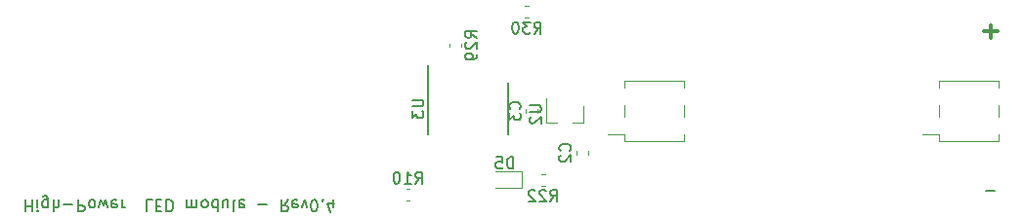
<source format=gbr>
G04 #@! TF.GenerationSoftware,KiCad,Pcbnew,(5.1.2)-2*
G04 #@! TF.CreationDate,2020-05-22T00:53:43-04:00*
G04 #@! TF.ProjectId,AddressableLED,41646472-6573-4736-9162-6c654c45442e,rev?*
G04 #@! TF.SameCoordinates,Original*
G04 #@! TF.FileFunction,Legend,Bot*
G04 #@! TF.FilePolarity,Positive*
%FSLAX46Y46*%
G04 Gerber Fmt 4.6, Leading zero omitted, Abs format (unit mm)*
G04 Created by KiCad (PCBNEW (5.1.2)-2) date 2020-05-22 00:53:43*
%MOMM*%
%LPD*%
G04 APERTURE LIST*
%ADD10C,0.150000*%
%ADD11C,0.300000*%
%ADD12C,0.120000*%
G04 APERTURE END LIST*
D10*
X185680952Y-116971428D02*
X184919047Y-116971428D01*
D11*
X184728571Y-103107142D02*
X185871428Y-103107142D01*
X185300000Y-103678571D02*
X185300000Y-102535714D01*
D10*
X101642857Y-117747619D02*
X101642857Y-118747619D01*
X101642857Y-118271428D02*
X102214285Y-118271428D01*
X102214285Y-117747619D02*
X102214285Y-118747619D01*
X102690476Y-117747619D02*
X102690476Y-118414285D01*
X102690476Y-118747619D02*
X102642857Y-118700000D01*
X102690476Y-118652380D01*
X102738095Y-118700000D01*
X102690476Y-118747619D01*
X102690476Y-118652380D01*
X103595238Y-118414285D02*
X103595238Y-117604761D01*
X103547619Y-117509523D01*
X103500000Y-117461904D01*
X103404761Y-117414285D01*
X103261904Y-117414285D01*
X103166666Y-117461904D01*
X103595238Y-117795238D02*
X103500000Y-117747619D01*
X103309523Y-117747619D01*
X103214285Y-117795238D01*
X103166666Y-117842857D01*
X103119047Y-117938095D01*
X103119047Y-118223809D01*
X103166666Y-118319047D01*
X103214285Y-118366666D01*
X103309523Y-118414285D01*
X103500000Y-118414285D01*
X103595238Y-118366666D01*
X104071428Y-117747619D02*
X104071428Y-118747619D01*
X104500000Y-117747619D02*
X104500000Y-118271428D01*
X104452380Y-118366666D01*
X104357142Y-118414285D01*
X104214285Y-118414285D01*
X104119047Y-118366666D01*
X104071428Y-118319047D01*
X104976190Y-118128571D02*
X105738095Y-118128571D01*
X106214285Y-117747619D02*
X106214285Y-118747619D01*
X106595238Y-118747619D01*
X106690476Y-118700000D01*
X106738095Y-118652380D01*
X106785714Y-118557142D01*
X106785714Y-118414285D01*
X106738095Y-118319047D01*
X106690476Y-118271428D01*
X106595238Y-118223809D01*
X106214285Y-118223809D01*
X107357142Y-117747619D02*
X107261904Y-117795238D01*
X107214285Y-117842857D01*
X107166666Y-117938095D01*
X107166666Y-118223809D01*
X107214285Y-118319047D01*
X107261904Y-118366666D01*
X107357142Y-118414285D01*
X107500000Y-118414285D01*
X107595238Y-118366666D01*
X107642857Y-118319047D01*
X107690476Y-118223809D01*
X107690476Y-117938095D01*
X107642857Y-117842857D01*
X107595238Y-117795238D01*
X107500000Y-117747619D01*
X107357142Y-117747619D01*
X108023809Y-118414285D02*
X108214285Y-117747619D01*
X108404761Y-118223809D01*
X108595238Y-117747619D01*
X108785714Y-118414285D01*
X109547619Y-117795238D02*
X109452380Y-117747619D01*
X109261904Y-117747619D01*
X109166666Y-117795238D01*
X109119047Y-117890476D01*
X109119047Y-118271428D01*
X109166666Y-118366666D01*
X109261904Y-118414285D01*
X109452380Y-118414285D01*
X109547619Y-118366666D01*
X109595238Y-118271428D01*
X109595238Y-118176190D01*
X109119047Y-118080952D01*
X110023809Y-117747619D02*
X110023809Y-118414285D01*
X110023809Y-118223809D02*
X110071428Y-118319047D01*
X110119047Y-118366666D01*
X110214285Y-118414285D01*
X110309523Y-118414285D01*
X112642857Y-117747619D02*
X112166666Y-117747619D01*
X112166666Y-118747619D01*
X112976190Y-118271428D02*
X113309523Y-118271428D01*
X113452380Y-117747619D02*
X112976190Y-117747619D01*
X112976190Y-118747619D01*
X113452380Y-118747619D01*
X113880952Y-117747619D02*
X113880952Y-118747619D01*
X114119047Y-118747619D01*
X114261904Y-118700000D01*
X114357142Y-118604761D01*
X114404761Y-118509523D01*
X114452380Y-118319047D01*
X114452380Y-118176190D01*
X114404761Y-117985714D01*
X114357142Y-117890476D01*
X114261904Y-117795238D01*
X114119047Y-117747619D01*
X113880952Y-117747619D01*
X115642857Y-117747619D02*
X115642857Y-118414285D01*
X115642857Y-118319047D02*
X115690476Y-118366666D01*
X115785714Y-118414285D01*
X115928571Y-118414285D01*
X116023809Y-118366666D01*
X116071428Y-118271428D01*
X116071428Y-117747619D01*
X116071428Y-118271428D02*
X116119047Y-118366666D01*
X116214285Y-118414285D01*
X116357142Y-118414285D01*
X116452380Y-118366666D01*
X116500000Y-118271428D01*
X116500000Y-117747619D01*
X117119047Y-117747619D02*
X117023809Y-117795238D01*
X116976190Y-117842857D01*
X116928571Y-117938095D01*
X116928571Y-118223809D01*
X116976190Y-118319047D01*
X117023809Y-118366666D01*
X117119047Y-118414285D01*
X117261904Y-118414285D01*
X117357142Y-118366666D01*
X117404761Y-118319047D01*
X117452380Y-118223809D01*
X117452380Y-117938095D01*
X117404761Y-117842857D01*
X117357142Y-117795238D01*
X117261904Y-117747619D01*
X117119047Y-117747619D01*
X118309523Y-117747619D02*
X118309523Y-118747619D01*
X118309523Y-117795238D02*
X118214285Y-117747619D01*
X118023809Y-117747619D01*
X117928571Y-117795238D01*
X117880952Y-117842857D01*
X117833333Y-117938095D01*
X117833333Y-118223809D01*
X117880952Y-118319047D01*
X117928571Y-118366666D01*
X118023809Y-118414285D01*
X118214285Y-118414285D01*
X118309523Y-118366666D01*
X119214285Y-118414285D02*
X119214285Y-117747619D01*
X118785714Y-118414285D02*
X118785714Y-117890476D01*
X118833333Y-117795238D01*
X118928571Y-117747619D01*
X119071428Y-117747619D01*
X119166666Y-117795238D01*
X119214285Y-117842857D01*
X119833333Y-117747619D02*
X119738095Y-117795238D01*
X119690476Y-117890476D01*
X119690476Y-118747619D01*
X120595238Y-117795238D02*
X120500000Y-117747619D01*
X120309523Y-117747619D01*
X120214285Y-117795238D01*
X120166666Y-117890476D01*
X120166666Y-118271428D01*
X120214285Y-118366666D01*
X120309523Y-118414285D01*
X120500000Y-118414285D01*
X120595238Y-118366666D01*
X120642857Y-118271428D01*
X120642857Y-118176190D01*
X120166666Y-118080952D01*
X121833333Y-118128571D02*
X122595238Y-118128571D01*
X124404761Y-117747619D02*
X124071428Y-118223809D01*
X123833333Y-117747619D02*
X123833333Y-118747619D01*
X124214285Y-118747619D01*
X124309523Y-118700000D01*
X124357142Y-118652380D01*
X124404761Y-118557142D01*
X124404761Y-118414285D01*
X124357142Y-118319047D01*
X124309523Y-118271428D01*
X124214285Y-118223809D01*
X123833333Y-118223809D01*
X125214285Y-117795238D02*
X125119047Y-117747619D01*
X124928571Y-117747619D01*
X124833333Y-117795238D01*
X124785714Y-117890476D01*
X124785714Y-118271428D01*
X124833333Y-118366666D01*
X124928571Y-118414285D01*
X125119047Y-118414285D01*
X125214285Y-118366666D01*
X125261904Y-118271428D01*
X125261904Y-118176190D01*
X124785714Y-118080952D01*
X125595238Y-118414285D02*
X125833333Y-117747619D01*
X126071428Y-118414285D01*
X126642857Y-118747619D02*
X126738095Y-118747619D01*
X126833333Y-118700000D01*
X126880952Y-118652380D01*
X126928571Y-118557142D01*
X126976190Y-118366666D01*
X126976190Y-118128571D01*
X126928571Y-117938095D01*
X126880952Y-117842857D01*
X126833333Y-117795238D01*
X126738095Y-117747619D01*
X126642857Y-117747619D01*
X126547619Y-117795238D01*
X126500000Y-117842857D01*
X126452380Y-117938095D01*
X126404761Y-118128571D01*
X126404761Y-118366666D01*
X126452380Y-118557142D01*
X126500000Y-118652380D01*
X126547619Y-118700000D01*
X126642857Y-118747619D01*
X127404761Y-117842857D02*
X127452380Y-117795238D01*
X127404761Y-117747619D01*
X127357142Y-117795238D01*
X127404761Y-117842857D01*
X127404761Y-117747619D01*
X128309523Y-118414285D02*
X128309523Y-117747619D01*
X128071428Y-118795238D02*
X127833333Y-118080952D01*
X128452380Y-118080952D01*
D12*
X134962779Y-117810000D02*
X134637221Y-117810000D01*
X134962779Y-116790000D02*
X134637221Y-116790000D01*
X180800000Y-107970000D02*
X180800000Y-107400000D01*
X186000000Y-107970000D02*
X186000000Y-107400000D01*
X180800000Y-110510000D02*
X180800000Y-109490000D01*
X186000000Y-110510000D02*
X186000000Y-109490000D01*
X180800000Y-112600000D02*
X180800000Y-112030000D01*
X180800000Y-112600000D02*
X186000000Y-112600000D01*
X179360000Y-112030000D02*
X180800000Y-112030000D01*
X186000000Y-112600000D02*
X186000000Y-112030000D01*
X180800000Y-107400000D02*
X186000000Y-107400000D01*
X158750000Y-110510000D02*
X158750000Y-109490000D01*
X153550000Y-110510000D02*
X153550000Y-109490000D01*
X158750000Y-107970000D02*
X158750000Y-107400000D01*
X153550000Y-107970000D02*
X153550000Y-107400000D01*
X158750000Y-112600000D02*
X158750000Y-112030000D01*
X153550000Y-112600000D02*
X153550000Y-112030000D01*
X152110000Y-112030000D02*
X153550000Y-112030000D01*
X153550000Y-107400000D02*
X158750000Y-107400000D01*
X153550000Y-112600000D02*
X158750000Y-112600000D01*
D10*
X136550000Y-106050000D02*
X136550000Y-112025000D01*
X143450000Y-107575000D02*
X143450000Y-112025000D01*
D12*
X149980000Y-111060000D02*
X149980000Y-109600000D01*
X146820000Y-111060000D02*
X146820000Y-108900000D01*
X146820000Y-111060000D02*
X147750000Y-111060000D01*
X149980000Y-111060000D02*
X149050000Y-111060000D01*
X144937221Y-100890000D02*
X145262779Y-100890000D01*
X144937221Y-101910000D02*
X145262779Y-101910000D01*
X138390000Y-104450279D02*
X138390000Y-104124721D01*
X139410000Y-104450279D02*
X139410000Y-104124721D01*
X146337221Y-115490000D02*
X146662779Y-115490000D01*
X146337221Y-116510000D02*
X146662779Y-116510000D01*
X144685000Y-116735000D02*
X142400000Y-116735000D01*
X144685000Y-115265000D02*
X144685000Y-116735000D01*
X142400000Y-115265000D02*
X144685000Y-115265000D01*
X146060000Y-109837221D02*
X146060000Y-110162779D01*
X145040000Y-109837221D02*
X145040000Y-110162779D01*
X150410000Y-113487221D02*
X150410000Y-113812779D01*
X149390000Y-113487221D02*
X149390000Y-113812779D01*
D10*
X135442857Y-116322380D02*
X135776190Y-115846190D01*
X136014285Y-116322380D02*
X136014285Y-115322380D01*
X135633333Y-115322380D01*
X135538095Y-115370000D01*
X135490476Y-115417619D01*
X135442857Y-115512857D01*
X135442857Y-115655714D01*
X135490476Y-115750952D01*
X135538095Y-115798571D01*
X135633333Y-115846190D01*
X136014285Y-115846190D01*
X134490476Y-116322380D02*
X135061904Y-116322380D01*
X134776190Y-116322380D02*
X134776190Y-115322380D01*
X134871428Y-115465238D01*
X134966666Y-115560476D01*
X135061904Y-115608095D01*
X133871428Y-115322380D02*
X133776190Y-115322380D01*
X133680952Y-115370000D01*
X133633333Y-115417619D01*
X133585714Y-115512857D01*
X133538095Y-115703333D01*
X133538095Y-115941428D01*
X133585714Y-116131904D01*
X133633333Y-116227142D01*
X133680952Y-116274761D01*
X133776190Y-116322380D01*
X133871428Y-116322380D01*
X133966666Y-116274761D01*
X134014285Y-116227142D01*
X134061904Y-116131904D01*
X134109523Y-115941428D01*
X134109523Y-115703333D01*
X134061904Y-115512857D01*
X134014285Y-115417619D01*
X133966666Y-115370000D01*
X133871428Y-115322380D01*
X135152380Y-109038095D02*
X135961904Y-109038095D01*
X136057142Y-109085714D01*
X136104761Y-109133333D01*
X136152380Y-109228571D01*
X136152380Y-109419047D01*
X136104761Y-109514285D01*
X136057142Y-109561904D01*
X135961904Y-109609523D01*
X135152380Y-109609523D01*
X135152380Y-109990476D02*
X135152380Y-110609523D01*
X135533333Y-110276190D01*
X135533333Y-110419047D01*
X135580952Y-110514285D01*
X135628571Y-110561904D01*
X135723809Y-110609523D01*
X135961904Y-110609523D01*
X136057142Y-110561904D01*
X136104761Y-110514285D01*
X136152380Y-110419047D01*
X136152380Y-110133333D01*
X136104761Y-110038095D01*
X136057142Y-109990476D01*
X145352380Y-109538095D02*
X146161904Y-109538095D01*
X146257142Y-109585714D01*
X146304761Y-109633333D01*
X146352380Y-109728571D01*
X146352380Y-109919047D01*
X146304761Y-110014285D01*
X146257142Y-110061904D01*
X146161904Y-110109523D01*
X145352380Y-110109523D01*
X145447619Y-110538095D02*
X145400000Y-110585714D01*
X145352380Y-110680952D01*
X145352380Y-110919047D01*
X145400000Y-111014285D01*
X145447619Y-111061904D01*
X145542857Y-111109523D01*
X145638095Y-111109523D01*
X145780952Y-111061904D01*
X146352380Y-110490476D01*
X146352380Y-111109523D01*
X145742857Y-103282380D02*
X146076190Y-102806190D01*
X146314285Y-103282380D02*
X146314285Y-102282380D01*
X145933333Y-102282380D01*
X145838095Y-102330000D01*
X145790476Y-102377619D01*
X145742857Y-102472857D01*
X145742857Y-102615714D01*
X145790476Y-102710952D01*
X145838095Y-102758571D01*
X145933333Y-102806190D01*
X146314285Y-102806190D01*
X145409523Y-102282380D02*
X144790476Y-102282380D01*
X145123809Y-102663333D01*
X144980952Y-102663333D01*
X144885714Y-102710952D01*
X144838095Y-102758571D01*
X144790476Y-102853809D01*
X144790476Y-103091904D01*
X144838095Y-103187142D01*
X144885714Y-103234761D01*
X144980952Y-103282380D01*
X145266666Y-103282380D01*
X145361904Y-103234761D01*
X145409523Y-103187142D01*
X144171428Y-102282380D02*
X144076190Y-102282380D01*
X143980952Y-102330000D01*
X143933333Y-102377619D01*
X143885714Y-102472857D01*
X143838095Y-102663333D01*
X143838095Y-102901428D01*
X143885714Y-103091904D01*
X143933333Y-103187142D01*
X143980952Y-103234761D01*
X144076190Y-103282380D01*
X144171428Y-103282380D01*
X144266666Y-103234761D01*
X144314285Y-103187142D01*
X144361904Y-103091904D01*
X144409523Y-102901428D01*
X144409523Y-102663333D01*
X144361904Y-102472857D01*
X144314285Y-102377619D01*
X144266666Y-102330000D01*
X144171428Y-102282380D01*
X140782380Y-103644642D02*
X140306190Y-103311309D01*
X140782380Y-103073214D02*
X139782380Y-103073214D01*
X139782380Y-103454166D01*
X139830000Y-103549404D01*
X139877619Y-103597023D01*
X139972857Y-103644642D01*
X140115714Y-103644642D01*
X140210952Y-103597023D01*
X140258571Y-103549404D01*
X140306190Y-103454166D01*
X140306190Y-103073214D01*
X139877619Y-104025595D02*
X139830000Y-104073214D01*
X139782380Y-104168452D01*
X139782380Y-104406547D01*
X139830000Y-104501785D01*
X139877619Y-104549404D01*
X139972857Y-104597023D01*
X140068095Y-104597023D01*
X140210952Y-104549404D01*
X140782380Y-103977976D01*
X140782380Y-104597023D01*
X140782380Y-105073214D02*
X140782380Y-105263690D01*
X140734761Y-105358928D01*
X140687142Y-105406547D01*
X140544285Y-105501785D01*
X140353809Y-105549404D01*
X139972857Y-105549404D01*
X139877619Y-105501785D01*
X139830000Y-105454166D01*
X139782380Y-105358928D01*
X139782380Y-105168452D01*
X139830000Y-105073214D01*
X139877619Y-105025595D01*
X139972857Y-104977976D01*
X140210952Y-104977976D01*
X140306190Y-105025595D01*
X140353809Y-105073214D01*
X140401428Y-105168452D01*
X140401428Y-105358928D01*
X140353809Y-105454166D01*
X140306190Y-105501785D01*
X140210952Y-105549404D01*
X147142857Y-117882380D02*
X147476190Y-117406190D01*
X147714285Y-117882380D02*
X147714285Y-116882380D01*
X147333333Y-116882380D01*
X147238095Y-116930000D01*
X147190476Y-116977619D01*
X147142857Y-117072857D01*
X147142857Y-117215714D01*
X147190476Y-117310952D01*
X147238095Y-117358571D01*
X147333333Y-117406190D01*
X147714285Y-117406190D01*
X146761904Y-116977619D02*
X146714285Y-116930000D01*
X146619047Y-116882380D01*
X146380952Y-116882380D01*
X146285714Y-116930000D01*
X146238095Y-116977619D01*
X146190476Y-117072857D01*
X146190476Y-117168095D01*
X146238095Y-117310952D01*
X146809523Y-117882380D01*
X146190476Y-117882380D01*
X145809523Y-116977619D02*
X145761904Y-116930000D01*
X145666666Y-116882380D01*
X145428571Y-116882380D01*
X145333333Y-116930000D01*
X145285714Y-116977619D01*
X145238095Y-117072857D01*
X145238095Y-117168095D01*
X145285714Y-117310952D01*
X145857142Y-117882380D01*
X145238095Y-117882380D01*
X143938095Y-115022380D02*
X143938095Y-114022380D01*
X143700000Y-114022380D01*
X143557142Y-114070000D01*
X143461904Y-114165238D01*
X143414285Y-114260476D01*
X143366666Y-114450952D01*
X143366666Y-114593809D01*
X143414285Y-114784285D01*
X143461904Y-114879523D01*
X143557142Y-114974761D01*
X143700000Y-115022380D01*
X143938095Y-115022380D01*
X142461904Y-114022380D02*
X142938095Y-114022380D01*
X142985714Y-114498571D01*
X142938095Y-114450952D01*
X142842857Y-114403333D01*
X142604761Y-114403333D01*
X142509523Y-114450952D01*
X142461904Y-114498571D01*
X142414285Y-114593809D01*
X142414285Y-114831904D01*
X142461904Y-114927142D01*
X142509523Y-114974761D01*
X142604761Y-115022380D01*
X142842857Y-115022380D01*
X142938095Y-114974761D01*
X142985714Y-114927142D01*
X144477142Y-109833333D02*
X144524761Y-109785714D01*
X144572380Y-109642857D01*
X144572380Y-109547619D01*
X144524761Y-109404761D01*
X144429523Y-109309523D01*
X144334285Y-109261904D01*
X144143809Y-109214285D01*
X144000952Y-109214285D01*
X143810476Y-109261904D01*
X143715238Y-109309523D01*
X143620000Y-109404761D01*
X143572380Y-109547619D01*
X143572380Y-109642857D01*
X143620000Y-109785714D01*
X143667619Y-109833333D01*
X143572380Y-110166666D02*
X143572380Y-110785714D01*
X143953333Y-110452380D01*
X143953333Y-110595238D01*
X144000952Y-110690476D01*
X144048571Y-110738095D01*
X144143809Y-110785714D01*
X144381904Y-110785714D01*
X144477142Y-110738095D01*
X144524761Y-110690476D01*
X144572380Y-110595238D01*
X144572380Y-110309523D01*
X144524761Y-110214285D01*
X144477142Y-110166666D01*
X148827142Y-113483333D02*
X148874761Y-113435714D01*
X148922380Y-113292857D01*
X148922380Y-113197619D01*
X148874761Y-113054761D01*
X148779523Y-112959523D01*
X148684285Y-112911904D01*
X148493809Y-112864285D01*
X148350952Y-112864285D01*
X148160476Y-112911904D01*
X148065238Y-112959523D01*
X147970000Y-113054761D01*
X147922380Y-113197619D01*
X147922380Y-113292857D01*
X147970000Y-113435714D01*
X148017619Y-113483333D01*
X148017619Y-113864285D02*
X147970000Y-113911904D01*
X147922380Y-114007142D01*
X147922380Y-114245238D01*
X147970000Y-114340476D01*
X148017619Y-114388095D01*
X148112857Y-114435714D01*
X148208095Y-114435714D01*
X148350952Y-114388095D01*
X148922380Y-113816666D01*
X148922380Y-114435714D01*
M02*

</source>
